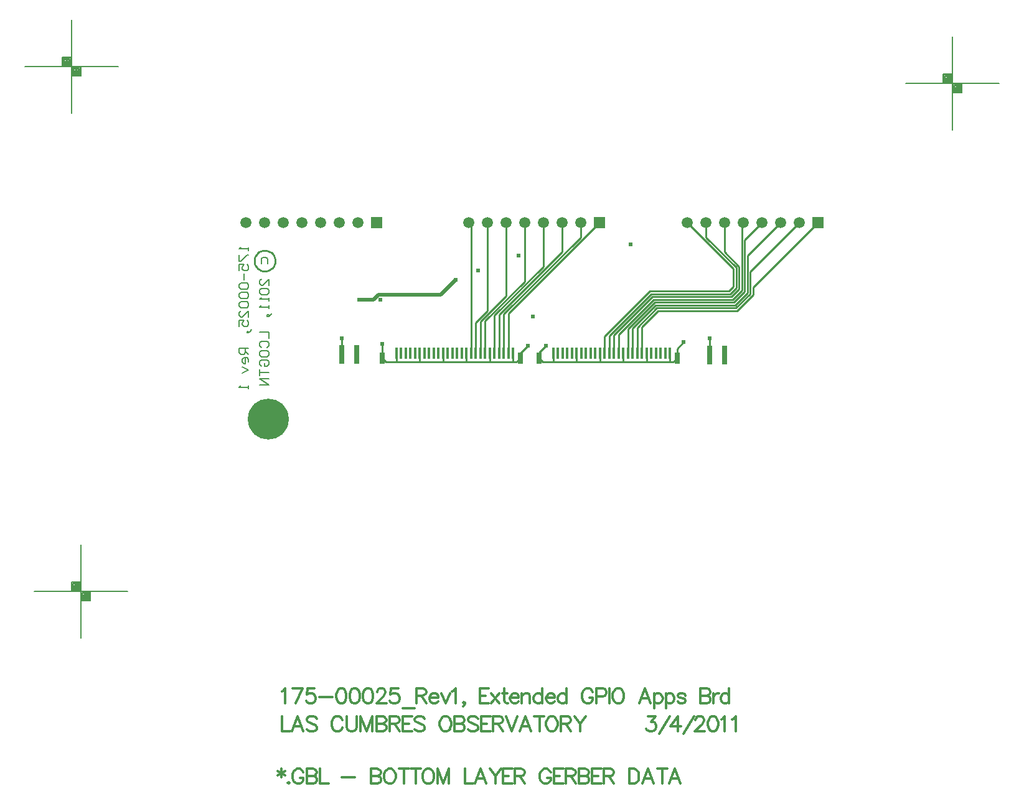
<source format=gbl>
%FSLAX23Y23*%
%MOIN*%
G70*
G01*
G75*
G04 Layer_Physical_Order=3*
G04 Layer_Color=16711680*
%ADD10R,0.020X0.020*%
%ADD11R,0.016X0.020*%
%ADD12O,0.079X0.024*%
%ADD13R,0.078X0.048*%
%ADD14R,0.050X0.050*%
%ADD15R,0.014X0.060*%
%ADD16R,0.030X0.100*%
%ADD17R,0.031X0.060*%
%ADD18R,0.039X0.063*%
%ADD19C,0.020*%
%ADD20C,0.010*%
%ADD21C,0.005*%
%ADD22C,0.012*%
%ADD23C,0.008*%
%ADD24C,0.012*%
%ADD25C,0.012*%
%ADD26R,0.059X0.059*%
%ADD27C,0.059*%
%ADD28C,0.219*%
%ADD29C,0.024*%
%ADD30C,0.040*%
%ADD31C,0.075*%
%ADD32C,0.206*%
%ADD33C,0.050*%
G04:AMPARAMS|DCode=34|XSize=70mil|YSize=70mil|CornerRadius=0mil|HoleSize=0mil|Usage=FLASHONLY|Rotation=0.000|XOffset=0mil|YOffset=0mil|HoleType=Round|Shape=Relief|Width=10mil|Gap=10mil|Entries=4|*
%AMTHD34*
7,0,0,0.070,0.050,0.010,45*
%
%ADD34THD34*%
D15*
X23683Y15948D02*
D03*
X23658D02*
D03*
X23633D02*
D03*
X23608D02*
D03*
X23583D02*
D03*
X23558D02*
D03*
X23533D02*
D03*
X23508D02*
D03*
X23483D02*
D03*
X23458D02*
D03*
X23433D02*
D03*
X23408D02*
D03*
X23383D02*
D03*
X23358D02*
D03*
X23333D02*
D03*
X23308D02*
D03*
X23283D02*
D03*
X23258D02*
D03*
X23233D02*
D03*
X23208D02*
D03*
X23183D02*
D03*
X23158D02*
D03*
X23133D02*
D03*
X23108D02*
D03*
X23083D02*
D03*
X23058D02*
D03*
X22843Y15949D02*
D03*
X22818D02*
D03*
X22793D02*
D03*
X22768D02*
D03*
X22743D02*
D03*
X22718D02*
D03*
X22693D02*
D03*
X22668D02*
D03*
X22643D02*
D03*
X22618D02*
D03*
X22593D02*
D03*
X22568D02*
D03*
X22543D02*
D03*
X22518D02*
D03*
X22493D02*
D03*
X22468D02*
D03*
X22443D02*
D03*
X22418D02*
D03*
X22393D02*
D03*
X22368D02*
D03*
X22343D02*
D03*
X22318D02*
D03*
X22293D02*
D03*
X22268D02*
D03*
X22243D02*
D03*
X22218D02*
D03*
D16*
X21926Y15940D02*
D03*
X22005D02*
D03*
X23896Y15939D02*
D03*
X23975D02*
D03*
D17*
X23721Y15921D02*
D03*
X22981D02*
D03*
X22141D02*
D03*
X22881D02*
D03*
D19*
X22455Y16262D02*
X22537Y16343D01*
X22122Y16262D02*
X22455D01*
X22095Y16235D02*
X22122Y16262D01*
X22019Y16235D02*
X22095D01*
D20*
X21569Y16443D02*
X21568Y16453D01*
X21566Y16463D01*
X21561Y16472D01*
X21555Y16480D01*
X21548Y16487D01*
X21540Y16493D01*
X21531Y16496D01*
X21521Y16499D01*
X21511Y16499D01*
X21501Y16498D01*
X21491Y16495D01*
X21482Y16490D01*
X21475Y16484D01*
X21468Y16476D01*
X21463Y16468D01*
X21459Y16458D01*
X21458Y16448D01*
Y16438D01*
X21459Y16428D01*
X21463Y16419D01*
X21468Y16410D01*
X21475Y16403D01*
X21482Y16397D01*
X21491Y16392D01*
X21501Y16389D01*
X21511Y16387D01*
X21521Y16388D01*
X21531Y16390D01*
X21540Y16394D01*
X21548Y16400D01*
X21555Y16406D01*
X21561Y16415D01*
X21566Y16424D01*
X21568Y16433D01*
X21569Y16443D01*
X22218Y15901D02*
Y15949D01*
X22343Y15901D02*
Y15949D01*
X22468Y15901D02*
Y15949D01*
X22593Y15901D02*
Y15949D01*
X22718Y15901D02*
Y15949D01*
X22843Y15901D02*
Y15949D01*
X23058Y15900D02*
Y15948D01*
X23183Y15900D02*
Y15948D01*
X23308Y15900D02*
Y15948D01*
X23433Y15900D02*
Y15948D01*
X23558Y15900D02*
Y15948D01*
X23683Y15900D02*
Y15948D01*
Y15900D02*
X23699D01*
X23002D02*
X23683D01*
X23699D02*
X23721Y15921D01*
X22981D02*
X23002Y15900D01*
X22162Y15900D02*
X22859D01*
X22881Y15921D01*
X22141D02*
X22162Y15900D01*
X22141Y15996D02*
X22143Y15998D01*
X22141Y15921D02*
Y15996D01*
X21926Y16027D02*
X21926Y16028D01*
X21926Y15940D02*
Y16027D01*
X22881Y15949D02*
X22921Y15989D01*
X22881Y15921D02*
Y15949D01*
X22981Y15950D02*
X23019Y15989D01*
X22981Y15921D02*
Y15950D01*
X23721Y15972D02*
X23757Y16008D01*
X23721Y15921D02*
Y15972D01*
X23895Y16028D02*
X23896Y16027D01*
Y15939D02*
Y16027D01*
X22818Y15949D02*
Y16161D01*
X22793Y15949D02*
Y16157D01*
X22768Y15949D02*
Y16154D01*
X22618Y15949D02*
Y16635D01*
X22643Y15949D02*
Y16113D01*
X22668Y15949D02*
Y16117D01*
X22693Y15949D02*
Y16121D01*
X22743Y15949D02*
Y16150D01*
X22604Y16648D02*
X22618Y16635D01*
X22643Y16113D02*
X22704Y16175D01*
Y16648D01*
X22668Y16117D02*
X22804Y16254D01*
Y16648D01*
X22693Y16121D02*
X22904Y16333D01*
Y16648D01*
X22743Y16150D02*
X23004Y16412D01*
Y16648D01*
X22768Y16154D02*
X23104Y16490D01*
Y16648D01*
X22793Y16157D02*
X23204Y16569D01*
Y16648D01*
X22818Y16161D02*
X23304Y16648D01*
X23576Y16281D02*
X24000D01*
X23333Y16038D02*
X23576Y16281D01*
X23408Y16049D02*
X23595Y16236D01*
X23383Y16045D02*
X23588Y16251D01*
X23358Y16041D02*
X23582Y16266D01*
X23458Y16078D02*
X23601Y16221D01*
X24025D01*
X23595Y16236D02*
X24019D01*
X23588Y16251D02*
X24012D01*
X23582Y16266D02*
X24006D01*
X24043Y16176D02*
X24128Y16260D01*
X23619Y16176D02*
X24043D01*
X23533Y16089D02*
X23619Y16176D01*
X23533Y15948D02*
Y16089D01*
X24037Y16191D02*
X24113Y16266D01*
X23613Y16191D02*
X24037D01*
X23508Y16085D02*
X23613Y16191D01*
X23508Y15948D02*
Y16085D01*
X24031Y16206D02*
X24098Y16272D01*
X23607Y16206D02*
X24031D01*
X23483Y16082D02*
X23607Y16206D01*
X23483Y15948D02*
Y16082D01*
X24025Y16221D02*
X24083Y16279D01*
X23458Y15948D02*
Y16078D01*
X24019Y16236D02*
X24068Y16285D01*
X23408Y15948D02*
Y16049D01*
X24012Y16251D02*
X24053Y16291D01*
X23383Y15948D02*
Y16045D01*
X24006Y16266D02*
X24038Y16297D01*
X23358Y15948D02*
Y16041D01*
X23333Y15948D02*
Y16038D01*
X24128Y16300D02*
X24476Y16648D01*
X24128Y16260D02*
Y16300D01*
X24113Y16385D02*
X24376Y16648D01*
X24113Y16266D02*
Y16385D01*
X24098Y16470D02*
X24276Y16648D01*
X24098Y16272D02*
Y16470D01*
X24083Y16555D02*
X24176Y16648D01*
X24083Y16279D02*
Y16555D01*
X24068Y16285D02*
Y16640D01*
X24076Y16648D01*
X23976Y16490D02*
Y16648D01*
Y16490D02*
X24053Y16413D01*
Y16291D02*
Y16413D01*
X23876Y16569D02*
Y16648D01*
Y16569D02*
X24038Y16407D01*
Y16297D02*
Y16407D01*
X23776Y16648D02*
X24023Y16401D01*
Y16304D02*
Y16401D01*
X24000Y16281D02*
X24023Y16304D01*
D22*
X21602Y13720D02*
Y13675D01*
X21583Y13709D02*
X21621Y13686D01*
Y13709D02*
X21583Y13686D01*
X21641Y13648D02*
X21637Y13644D01*
X21641Y13640D01*
X21645Y13644D01*
X21641Y13648D01*
X21720Y13701D02*
X21716Y13709D01*
X21708Y13716D01*
X21701Y13720D01*
X21685D01*
X21678Y13716D01*
X21670Y13709D01*
X21666Y13701D01*
X21662Y13690D01*
Y13671D01*
X21666Y13659D01*
X21670Y13652D01*
X21678Y13644D01*
X21685Y13640D01*
X21701D01*
X21708Y13644D01*
X21716Y13652D01*
X21720Y13659D01*
Y13671D01*
X21701D02*
X21720D01*
X21738Y13720D02*
Y13640D01*
Y13720D02*
X21772D01*
X21784Y13716D01*
X21787Y13713D01*
X21791Y13705D01*
Y13697D01*
X21787Y13690D01*
X21784Y13686D01*
X21772Y13682D01*
X21738D02*
X21772D01*
X21784Y13678D01*
X21787Y13675D01*
X21791Y13667D01*
Y13656D01*
X21787Y13648D01*
X21784Y13644D01*
X21772Y13640D01*
X21738D01*
X21809Y13720D02*
Y13640D01*
X21855D01*
X21926Y13675D02*
X21995D01*
X22081Y13720D02*
Y13640D01*
Y13720D02*
X22116D01*
X22127Y13716D01*
X22131Y13713D01*
X22135Y13705D01*
Y13697D01*
X22131Y13690D01*
X22127Y13686D01*
X22116Y13682D01*
X22081D02*
X22116D01*
X22127Y13678D01*
X22131Y13675D01*
X22135Y13667D01*
Y13656D01*
X22131Y13648D01*
X22127Y13644D01*
X22116Y13640D01*
X22081D01*
X22176Y13720D02*
X22168Y13716D01*
X22160Y13709D01*
X22156Y13701D01*
X22153Y13690D01*
Y13671D01*
X22156Y13659D01*
X22160Y13652D01*
X22168Y13644D01*
X22176Y13640D01*
X22191D01*
X22198Y13644D01*
X22206Y13652D01*
X22210Y13659D01*
X22214Y13671D01*
Y13690D01*
X22210Y13701D01*
X22206Y13709D01*
X22198Y13716D01*
X22191Y13720D01*
X22176D01*
X22259D02*
Y13640D01*
X22232Y13720D02*
X22286D01*
X22322D02*
Y13640D01*
X22295Y13720D02*
X22348D01*
X22381D02*
X22373Y13716D01*
X22366Y13709D01*
X22362Y13701D01*
X22358Y13690D01*
Y13671D01*
X22362Y13659D01*
X22366Y13652D01*
X22373Y13644D01*
X22381Y13640D01*
X22396D01*
X22404Y13644D01*
X22411Y13652D01*
X22415Y13659D01*
X22419Y13671D01*
Y13690D01*
X22415Y13701D01*
X22411Y13709D01*
X22404Y13716D01*
X22396Y13720D01*
X22381D01*
X22438D02*
Y13640D01*
Y13720D02*
X22468Y13640D01*
X22498Y13720D02*
X22468Y13640D01*
X22498Y13720D02*
Y13640D01*
X22584Y13720D02*
Y13640D01*
X22630D01*
X22700D02*
X22669Y13720D01*
X22639Y13640D01*
X22650Y13667D02*
X22688D01*
X22718Y13720D02*
X22749Y13682D01*
Y13640D01*
X22779Y13720D02*
X22749Y13682D01*
X22839Y13720D02*
X22789D01*
Y13640D01*
X22839D01*
X22789Y13682D02*
X22820D01*
X22852Y13720D02*
Y13640D01*
Y13720D02*
X22887D01*
X22898Y13716D01*
X22902Y13713D01*
X22906Y13705D01*
Y13697D01*
X22902Y13690D01*
X22898Y13686D01*
X22887Y13682D01*
X22852D01*
X22879D02*
X22906Y13640D01*
X23044Y13701D02*
X23040Y13709D01*
X23032Y13716D01*
X23024Y13720D01*
X23009D01*
X23002Y13716D01*
X22994Y13709D01*
X22990Y13701D01*
X22986Y13690D01*
Y13671D01*
X22990Y13659D01*
X22994Y13652D01*
X23002Y13644D01*
X23009Y13640D01*
X23024D01*
X23032Y13644D01*
X23040Y13652D01*
X23044Y13659D01*
Y13671D01*
X23024D02*
X23044D01*
X23111Y13720D02*
X23062D01*
Y13640D01*
X23111D01*
X23062Y13682D02*
X23092D01*
X23125Y13720D02*
Y13640D01*
Y13720D02*
X23159D01*
X23170Y13716D01*
X23174Y13713D01*
X23178Y13705D01*
Y13697D01*
X23174Y13690D01*
X23170Y13686D01*
X23159Y13682D01*
X23125D01*
X23151D02*
X23178Y13640D01*
X23196Y13720D02*
Y13640D01*
Y13720D02*
X23230D01*
X23242Y13716D01*
X23245Y13713D01*
X23249Y13705D01*
Y13697D01*
X23245Y13690D01*
X23242Y13686D01*
X23230Y13682D01*
X23196D02*
X23230D01*
X23242Y13678D01*
X23245Y13675D01*
X23249Y13667D01*
Y13656D01*
X23245Y13648D01*
X23242Y13644D01*
X23230Y13640D01*
X23196D01*
X23317Y13720D02*
X23267D01*
Y13640D01*
X23317D01*
X23267Y13682D02*
X23298D01*
X23330Y13720D02*
Y13640D01*
Y13720D02*
X23364D01*
X23376Y13716D01*
X23379Y13713D01*
X23383Y13705D01*
Y13697D01*
X23379Y13690D01*
X23376Y13686D01*
X23364Y13682D01*
X23330D01*
X23357D02*
X23383Y13640D01*
X23464Y13720D02*
Y13640D01*
Y13720D02*
X23491D01*
X23502Y13716D01*
X23510Y13709D01*
X23514Y13701D01*
X23517Y13690D01*
Y13671D01*
X23514Y13659D01*
X23510Y13652D01*
X23502Y13644D01*
X23491Y13640D01*
X23464D01*
X23596D02*
X23566Y13720D01*
X23535Y13640D01*
X23547Y13667D02*
X23585D01*
X23641Y13720D02*
Y13640D01*
X23615Y13720D02*
X23668D01*
X23739Y13640D02*
X23708Y13720D01*
X23678Y13640D01*
X23689Y13667D02*
X23727D01*
D23*
X21495Y16429D02*
Y16454D01*
X21503Y16462D01*
X21520D01*
X21528Y16454D01*
Y16429D01*
X21536Y16313D02*
Y16346D01*
X21502Y16313D01*
X21494D01*
X21486Y16321D01*
Y16337D01*
X21494Y16346D01*
Y16296D02*
X21486Y16288D01*
Y16271D01*
X21494Y16263D01*
X21527D01*
X21536Y16271D01*
Y16288D01*
X21527Y16296D01*
X21494D01*
X21536Y16246D02*
Y16229D01*
Y16238D01*
X21486D01*
X21494Y16246D01*
X21536Y16204D02*
Y16188D01*
Y16196D01*
X21486D01*
X21494Y16204D01*
X21544Y16154D02*
X21536Y16146D01*
X21527D01*
Y16154D01*
X21536D01*
Y16146D01*
X21544Y16154D01*
X21552Y16163D01*
X21486Y16063D02*
X21536D01*
Y16029D01*
X21494Y15979D02*
X21486Y15988D01*
Y16004D01*
X21494Y16013D01*
X21527D01*
X21536Y16004D01*
Y15988D01*
X21527Y15979D01*
X21486Y15938D02*
Y15954D01*
X21494Y15963D01*
X21527D01*
X21536Y15954D01*
Y15938D01*
X21527Y15929D01*
X21494D01*
X21486Y15938D01*
X21494Y15879D02*
X21486Y15888D01*
Y15904D01*
X21494Y15913D01*
X21527D01*
X21536Y15904D01*
Y15888D01*
X21527Y15879D01*
X21511D01*
Y15896D01*
X21486Y15863D02*
Y15829D01*
Y15846D01*
X21536D01*
Y15813D02*
X21486D01*
X21536Y15779D01*
X21486D01*
X21426Y16516D02*
Y16499D01*
Y16508D01*
X21376D01*
X21385Y16516D01*
X21376Y16474D02*
Y16441D01*
X21385D01*
X21418Y16474D01*
X21426D01*
X21376Y16391D02*
Y16424D01*
X21401D01*
X21393Y16408D01*
Y16399D01*
X21401Y16391D01*
X21418D01*
X21426Y16399D01*
Y16416D01*
X21418Y16424D01*
X21401Y16374D02*
Y16341D01*
X21385Y16324D02*
X21376Y16316D01*
Y16300D01*
X21385Y16291D01*
X21418D01*
X21426Y16300D01*
Y16316D01*
X21418Y16324D01*
X21385D01*
Y16275D02*
X21376Y16266D01*
Y16250D01*
X21385Y16241D01*
X21418D01*
X21426Y16250D01*
Y16266D01*
X21418Y16275D01*
X21385D01*
Y16225D02*
X21376Y16216D01*
Y16200D01*
X21385Y16191D01*
X21418D01*
X21426Y16200D01*
Y16216D01*
X21418Y16225D01*
X21385D01*
X21426Y16141D02*
Y16175D01*
X21393Y16141D01*
X21385D01*
X21376Y16150D01*
Y16166D01*
X21385Y16175D01*
X21376Y16091D02*
Y16125D01*
X21401D01*
X21393Y16108D01*
Y16100D01*
X21401Y16091D01*
X21418D01*
X21426Y16100D01*
Y16116D01*
X21418Y16125D01*
X21435Y16066D02*
X21426Y16058D01*
X21418D01*
Y16066D01*
X21426D01*
Y16058D01*
X21435Y16066D01*
X21443Y16075D01*
X21426Y15975D02*
X21376D01*
Y15950D01*
X21385Y15941D01*
X21401D01*
X21410Y15950D01*
Y15975D01*
Y15958D02*
X21426Y15941D01*
Y15900D02*
Y15916D01*
X21418Y15925D01*
X21401D01*
X21393Y15916D01*
Y15900D01*
X21401Y15891D01*
X21410D01*
Y15925D01*
X21393Y15875D02*
X21426Y15858D01*
X21393Y15841D01*
X21426Y15775D02*
Y15758D01*
Y15766D01*
X21376D01*
X21385Y15775D01*
X24944Y17396D02*
X25444D01*
X25194Y17146D02*
Y17646D01*
X25144Y17396D02*
Y17446D01*
X25194D01*
X25244Y17346D02*
Y17396D01*
X25194Y17346D02*
X25244D01*
X25199Y17391D02*
X25239D01*
Y17351D02*
Y17391D01*
X25199Y17351D02*
X25239D01*
X25199D02*
Y17391D01*
X25204Y17386D02*
X25234D01*
Y17356D02*
Y17386D01*
X25204Y17356D02*
X25234D01*
X25204D02*
Y17381D01*
X25209D02*
X25229D01*
Y17361D02*
Y17381D01*
X25209Y17361D02*
X25229D01*
X25209D02*
Y17376D01*
X25214D02*
X25224D01*
Y17366D02*
Y17376D01*
X25214Y17366D02*
X25224D01*
X25214D02*
Y17376D01*
Y17371D02*
X25224D01*
X25149Y17441D02*
X25189D01*
Y17401D02*
Y17441D01*
X25149Y17401D02*
X25189D01*
X25149D02*
Y17441D01*
X25154Y17436D02*
X25184D01*
Y17406D02*
Y17436D01*
X25154Y17406D02*
X25184D01*
X25154D02*
Y17431D01*
X25159D02*
X25179D01*
Y17411D02*
Y17431D01*
X25159Y17411D02*
X25179D01*
X25159D02*
Y17426D01*
X25164D02*
X25174D01*
Y17416D02*
Y17426D01*
X25164Y17416D02*
X25174D01*
X25164D02*
Y17426D01*
Y17421D02*
X25174D01*
X20279Y14670D02*
X20779D01*
X20529Y14420D02*
Y14920D01*
X20479Y14670D02*
Y14720D01*
X20529D01*
X20579Y14620D02*
Y14670D01*
X20529Y14620D02*
X20579D01*
X20534Y14665D02*
X20574D01*
Y14625D02*
Y14665D01*
X20534Y14625D02*
X20574D01*
X20534D02*
Y14665D01*
X20539Y14660D02*
X20569D01*
Y14630D02*
Y14660D01*
X20539Y14630D02*
X20569D01*
X20539D02*
Y14655D01*
X20544D02*
X20564D01*
Y14635D02*
Y14655D01*
X20544Y14635D02*
X20564D01*
X20544D02*
Y14650D01*
X20549D02*
X20559D01*
Y14640D02*
Y14650D01*
X20549Y14640D02*
X20559D01*
X20549D02*
Y14650D01*
Y14645D02*
X20559D01*
X20484Y14715D02*
X20524D01*
Y14675D02*
Y14715D01*
X20484Y14675D02*
X20524D01*
X20484D02*
Y14715D01*
X20489Y14710D02*
X20519D01*
Y14680D02*
Y14710D01*
X20489Y14680D02*
X20519D01*
X20489D02*
Y14705D01*
X20494D02*
X20514D01*
Y14685D02*
Y14705D01*
X20494Y14685D02*
X20514D01*
X20494D02*
Y14700D01*
X20499D02*
X20509D01*
Y14690D02*
Y14700D01*
X20499Y14690D02*
X20509D01*
X20499D02*
Y14700D01*
Y14695D02*
X20509D01*
X20230Y17485D02*
X20730D01*
X20480Y17235D02*
Y17735D01*
X20430Y17485D02*
Y17535D01*
X20480D01*
X20530Y17435D02*
Y17485D01*
X20480Y17435D02*
X20530D01*
X20485Y17480D02*
X20525D01*
Y17440D02*
Y17480D01*
X20485Y17440D02*
X20525D01*
X20485D02*
Y17480D01*
X20490Y17475D02*
X20520D01*
Y17445D02*
Y17475D01*
X20490Y17445D02*
X20520D01*
X20490D02*
Y17470D01*
X20495D02*
X20515D01*
Y17450D02*
Y17470D01*
X20495Y17450D02*
X20515D01*
X20495D02*
Y17465D01*
X20500D02*
X20510D01*
Y17455D02*
Y17465D01*
X20500Y17455D02*
X20510D01*
X20500D02*
Y17465D01*
Y17460D02*
X20510D01*
X20435Y17530D02*
X20475D01*
Y17490D02*
Y17530D01*
X20435Y17490D02*
X20475D01*
X20435D02*
Y17530D01*
X20440Y17525D02*
X20470D01*
Y17495D02*
Y17525D01*
X20440Y17495D02*
X20470D01*
X20440D02*
Y17520D01*
X20445D02*
X20465D01*
Y17500D02*
Y17520D01*
X20445Y17500D02*
X20465D01*
X20445D02*
Y17515D01*
X20450D02*
X20460D01*
Y17505D02*
Y17515D01*
X20450Y17505D02*
X20460D01*
X20450D02*
Y17515D01*
Y17510D02*
X20460D01*
D24*
X21604Y14136D02*
X21612Y14139D01*
X21623Y14151D01*
Y14071D01*
X21716Y14151D02*
X21678Y14071D01*
X21663Y14151D02*
X21716D01*
X21779D02*
X21741D01*
X21738Y14117D01*
X21741Y14120D01*
X21753Y14124D01*
X21764D01*
X21776Y14120D01*
X21783Y14113D01*
X21787Y14101D01*
Y14094D01*
X21783Y14082D01*
X21776Y14075D01*
X21764Y14071D01*
X21753D01*
X21741Y14075D01*
X21738Y14079D01*
X21734Y14086D01*
X21805Y14105D02*
X21874D01*
X21920Y14151D02*
X21909Y14147D01*
X21901Y14136D01*
X21897Y14117D01*
Y14105D01*
X21901Y14086D01*
X21909Y14075D01*
X21920Y14071D01*
X21928D01*
X21939Y14075D01*
X21947Y14086D01*
X21950Y14105D01*
Y14117D01*
X21947Y14136D01*
X21939Y14147D01*
X21928Y14151D01*
X21920D01*
X21991D02*
X21980Y14147D01*
X21972Y14136D01*
X21968Y14117D01*
Y14105D01*
X21972Y14086D01*
X21980Y14075D01*
X21991Y14071D01*
X21999D01*
X22010Y14075D01*
X22018Y14086D01*
X22022Y14105D01*
Y14117D01*
X22018Y14136D01*
X22010Y14147D01*
X21999Y14151D01*
X21991D01*
X22062D02*
X22051Y14147D01*
X22043Y14136D01*
X22040Y14117D01*
Y14105D01*
X22043Y14086D01*
X22051Y14075D01*
X22062Y14071D01*
X22070D01*
X22082Y14075D01*
X22089Y14086D01*
X22093Y14105D01*
Y14117D01*
X22089Y14136D01*
X22082Y14147D01*
X22070Y14151D01*
X22062D01*
X22115Y14132D02*
Y14136D01*
X22118Y14143D01*
X22122Y14147D01*
X22130Y14151D01*
X22145D01*
X22153Y14147D01*
X22157Y14143D01*
X22160Y14136D01*
Y14128D01*
X22157Y14120D01*
X22149Y14109D01*
X22111Y14071D01*
X22164D01*
X22228Y14151D02*
X22190D01*
X22186Y14117D01*
X22190Y14120D01*
X22201Y14124D01*
X22213D01*
X22224Y14120D01*
X22232Y14113D01*
X22235Y14101D01*
Y14094D01*
X22232Y14082D01*
X22224Y14075D01*
X22213Y14071D01*
X22201D01*
X22190Y14075D01*
X22186Y14079D01*
X22182Y14086D01*
X22253Y14044D02*
X22314D01*
X22325Y14151D02*
Y14071D01*
Y14151D02*
X22359D01*
X22370Y14147D01*
X22374Y14143D01*
X22378Y14136D01*
Y14128D01*
X22374Y14120D01*
X22370Y14117D01*
X22359Y14113D01*
X22325D01*
X22351D02*
X22378Y14071D01*
X22396Y14101D02*
X22441D01*
Y14109D01*
X22438Y14117D01*
X22434Y14120D01*
X22426Y14124D01*
X22415D01*
X22407Y14120D01*
X22400Y14113D01*
X22396Y14101D01*
Y14094D01*
X22400Y14082D01*
X22407Y14075D01*
X22415Y14071D01*
X22426D01*
X22434Y14075D01*
X22441Y14082D01*
X22459Y14124D02*
X22481Y14071D01*
X22504Y14124D02*
X22481Y14071D01*
X22517Y14136D02*
X22525Y14139D01*
X22536Y14151D01*
Y14071D01*
X22584Y14075D02*
X22580Y14071D01*
X22576Y14075D01*
X22580Y14079D01*
X22584Y14075D01*
Y14067D01*
X22580Y14059D01*
X22576Y14056D01*
X22713Y14151D02*
X22664D01*
Y14071D01*
X22713D01*
X22664Y14113D02*
X22694D01*
X22727Y14124D02*
X22769Y14071D01*
Y14124D02*
X22727Y14071D01*
X22797Y14151D02*
Y14086D01*
X22801Y14075D01*
X22808Y14071D01*
X22816D01*
X22785Y14124D02*
X22812D01*
X22827Y14101D02*
X22873D01*
Y14109D01*
X22869Y14117D01*
X22865Y14120D01*
X22858Y14124D01*
X22846D01*
X22839Y14120D01*
X22831Y14113D01*
X22827Y14101D01*
Y14094D01*
X22831Y14082D01*
X22839Y14075D01*
X22846Y14071D01*
X22858D01*
X22865Y14075D01*
X22873Y14082D01*
X22890Y14124D02*
Y14071D01*
Y14109D02*
X22902Y14120D01*
X22909Y14124D01*
X22921D01*
X22928Y14120D01*
X22932Y14109D01*
Y14071D01*
X22999Y14151D02*
Y14071D01*
Y14113D02*
X22991Y14120D01*
X22983Y14124D01*
X22972D01*
X22964Y14120D01*
X22957Y14113D01*
X22953Y14101D01*
Y14094D01*
X22957Y14082D01*
X22964Y14075D01*
X22972Y14071D01*
X22983D01*
X22991Y14075D01*
X22999Y14082D01*
X23020Y14101D02*
X23066D01*
Y14109D01*
X23062Y14117D01*
X23058Y14120D01*
X23050Y14124D01*
X23039D01*
X23031Y14120D01*
X23024Y14113D01*
X23020Y14101D01*
Y14094D01*
X23024Y14082D01*
X23031Y14075D01*
X23039Y14071D01*
X23050D01*
X23058Y14075D01*
X23066Y14082D01*
X23129Y14151D02*
Y14071D01*
Y14113D02*
X23121Y14120D01*
X23113Y14124D01*
X23102D01*
X23094Y14120D01*
X23087Y14113D01*
X23083Y14101D01*
Y14094D01*
X23087Y14082D01*
X23094Y14075D01*
X23102Y14071D01*
X23113D01*
X23121Y14075D01*
X23129Y14082D01*
X23270Y14132D02*
X23266Y14139D01*
X23258Y14147D01*
X23251Y14151D01*
X23236D01*
X23228Y14147D01*
X23220Y14139D01*
X23217Y14132D01*
X23213Y14120D01*
Y14101D01*
X23217Y14090D01*
X23220Y14082D01*
X23228Y14075D01*
X23236Y14071D01*
X23251D01*
X23258Y14075D01*
X23266Y14082D01*
X23270Y14090D01*
Y14101D01*
X23251D02*
X23270D01*
X23288Y14109D02*
X23322D01*
X23334Y14113D01*
X23338Y14117D01*
X23341Y14124D01*
Y14136D01*
X23338Y14143D01*
X23334Y14147D01*
X23322Y14151D01*
X23288D01*
Y14071D01*
X23359Y14151D02*
Y14071D01*
X23399Y14151D02*
X23391Y14147D01*
X23384Y14139D01*
X23380Y14132D01*
X23376Y14120D01*
Y14101D01*
X23380Y14090D01*
X23384Y14082D01*
X23391Y14075D01*
X23399Y14071D01*
X23414D01*
X23422Y14075D01*
X23429Y14082D01*
X23433Y14090D01*
X23437Y14101D01*
Y14120D01*
X23433Y14132D01*
X23429Y14139D01*
X23422Y14147D01*
X23414Y14151D01*
X23399D01*
X23579Y14071D02*
X23549Y14151D01*
X23519Y14071D01*
X23530Y14098D02*
X23568D01*
X23598Y14124D02*
Y14044D01*
Y14113D02*
X23606Y14120D01*
X23613Y14124D01*
X23625D01*
X23632Y14120D01*
X23640Y14113D01*
X23644Y14101D01*
Y14094D01*
X23640Y14082D01*
X23632Y14075D01*
X23625Y14071D01*
X23613D01*
X23606Y14075D01*
X23598Y14082D01*
X23661Y14124D02*
Y14044D01*
Y14113D02*
X23669Y14120D01*
X23676Y14124D01*
X23688D01*
X23695Y14120D01*
X23703Y14113D01*
X23707Y14101D01*
Y14094D01*
X23703Y14082D01*
X23695Y14075D01*
X23688Y14071D01*
X23676D01*
X23669Y14075D01*
X23661Y14082D01*
X23766Y14113D02*
X23762Y14120D01*
X23750Y14124D01*
X23739D01*
X23728Y14120D01*
X23724Y14113D01*
X23728Y14105D01*
X23735Y14101D01*
X23754Y14098D01*
X23762Y14094D01*
X23766Y14086D01*
Y14082D01*
X23762Y14075D01*
X23750Y14071D01*
X23739D01*
X23728Y14075D01*
X23724Y14082D01*
X23845Y14151D02*
Y14071D01*
Y14151D02*
X23880D01*
X23891Y14147D01*
X23895Y14143D01*
X23899Y14136D01*
Y14128D01*
X23895Y14120D01*
X23891Y14117D01*
X23880Y14113D01*
X23845D02*
X23880D01*
X23891Y14109D01*
X23895Y14105D01*
X23899Y14098D01*
Y14086D01*
X23895Y14079D01*
X23891Y14075D01*
X23880Y14071D01*
X23845D01*
X23917Y14124D02*
Y14071D01*
Y14101D02*
X23920Y14113D01*
X23928Y14120D01*
X23936Y14124D01*
X23947D01*
X24000Y14151D02*
Y14071D01*
Y14113D02*
X23992Y14120D01*
X23985Y14124D01*
X23973D01*
X23966Y14120D01*
X23958Y14113D01*
X23954Y14101D01*
Y14094D01*
X23958Y14082D01*
X23966Y14075D01*
X23973Y14071D01*
X23985D01*
X23992Y14075D01*
X24000Y14082D01*
D25*
X21604Y14001D02*
Y13921D01*
X21650D01*
X21719D02*
X21689Y14001D01*
X21658Y13921D01*
X21670Y13948D02*
X21708D01*
X21791Y13989D02*
X21784Y13997D01*
X21772Y14001D01*
X21757D01*
X21746Y13997D01*
X21738Y13989D01*
Y13982D01*
X21742Y13974D01*
X21746Y13970D01*
X21753Y13967D01*
X21776Y13959D01*
X21784Y13955D01*
X21787Y13951D01*
X21791Y13944D01*
Y13932D01*
X21784Y13925D01*
X21772Y13921D01*
X21757D01*
X21746Y13925D01*
X21738Y13932D01*
X21929Y13982D02*
X21925Y13989D01*
X21918Y13997D01*
X21910Y14001D01*
X21895D01*
X21887Y13997D01*
X21880Y13989D01*
X21876Y13982D01*
X21872Y13970D01*
Y13951D01*
X21876Y13940D01*
X21880Y13932D01*
X21887Y13925D01*
X21895Y13921D01*
X21910D01*
X21918Y13925D01*
X21925Y13932D01*
X21929Y13940D01*
X21952Y14001D02*
Y13944D01*
X21955Y13932D01*
X21963Y13925D01*
X21974Y13921D01*
X21982D01*
X21994Y13925D01*
X22001Y13932D01*
X22005Y13944D01*
Y14001D01*
X22027D02*
Y13921D01*
Y14001D02*
X22058Y13921D01*
X22088Y14001D02*
X22058Y13921D01*
X22088Y14001D02*
Y13921D01*
X22111Y14001D02*
Y13921D01*
Y14001D02*
X22145D01*
X22157Y13997D01*
X22160Y13993D01*
X22164Y13986D01*
Y13978D01*
X22160Y13970D01*
X22157Y13967D01*
X22145Y13963D01*
X22111D02*
X22145D01*
X22157Y13959D01*
X22160Y13955D01*
X22164Y13948D01*
Y13936D01*
X22160Y13928D01*
X22157Y13925D01*
X22145Y13921D01*
X22111D01*
X22182Y14001D02*
Y13921D01*
Y14001D02*
X22216D01*
X22228Y13997D01*
X22232Y13993D01*
X22235Y13986D01*
Y13978D01*
X22232Y13970D01*
X22228Y13967D01*
X22216Y13963D01*
X22182D01*
X22209D02*
X22235Y13921D01*
X22303Y14001D02*
X22253D01*
Y13921D01*
X22303D01*
X22253Y13963D02*
X22284D01*
X22369Y13989D02*
X22362Y13997D01*
X22350Y14001D01*
X22335D01*
X22324Y13997D01*
X22316Y13989D01*
Y13982D01*
X22320Y13974D01*
X22324Y13970D01*
X22331Y13967D01*
X22354Y13959D01*
X22362Y13955D01*
X22366Y13951D01*
X22369Y13944D01*
Y13932D01*
X22362Y13925D01*
X22350Y13921D01*
X22335D01*
X22324Y13925D01*
X22316Y13932D01*
X22473Y14001D02*
X22465Y13997D01*
X22458Y13989D01*
X22454Y13982D01*
X22450Y13970D01*
Y13951D01*
X22454Y13940D01*
X22458Y13932D01*
X22465Y13925D01*
X22473Y13921D01*
X22488D01*
X22496Y13925D01*
X22504Y13932D01*
X22507Y13940D01*
X22511Y13951D01*
Y13970D01*
X22507Y13982D01*
X22504Y13989D01*
X22496Y13997D01*
X22488Y14001D01*
X22473D01*
X22530D02*
Y13921D01*
Y14001D02*
X22564D01*
X22576Y13997D01*
X22579Y13993D01*
X22583Y13986D01*
Y13978D01*
X22579Y13970D01*
X22576Y13967D01*
X22564Y13963D01*
X22530D02*
X22564D01*
X22576Y13959D01*
X22579Y13955D01*
X22583Y13948D01*
Y13936D01*
X22579Y13928D01*
X22576Y13925D01*
X22564Y13921D01*
X22530D01*
X22654Y13989D02*
X22647Y13997D01*
X22635Y14001D01*
X22620D01*
X22609Y13997D01*
X22601Y13989D01*
Y13982D01*
X22605Y13974D01*
X22609Y13970D01*
X22616Y13967D01*
X22639Y13959D01*
X22647Y13955D01*
X22651Y13951D01*
X22654Y13944D01*
Y13932D01*
X22647Y13925D01*
X22635Y13921D01*
X22620D01*
X22609Y13925D01*
X22601Y13932D01*
X22722Y14001D02*
X22672D01*
Y13921D01*
X22722D01*
X22672Y13963D02*
X22703D01*
X22735Y14001D02*
Y13921D01*
Y14001D02*
X22769D01*
X22781Y13997D01*
X22785Y13993D01*
X22788Y13986D01*
Y13978D01*
X22785Y13970D01*
X22781Y13967D01*
X22769Y13963D01*
X22735D01*
X22762D02*
X22788Y13921D01*
X22806Y14001D02*
X22837Y13921D01*
X22867Y14001D02*
X22837Y13921D01*
X22938D02*
X22908Y14001D01*
X22878Y13921D01*
X22889Y13948D02*
X22927D01*
X22984Y14001D02*
Y13921D01*
X22957Y14001D02*
X23010D01*
X23043D02*
X23035Y13997D01*
X23028Y13989D01*
X23024Y13982D01*
X23020Y13970D01*
Y13951D01*
X23024Y13940D01*
X23028Y13932D01*
X23035Y13925D01*
X23043Y13921D01*
X23058D01*
X23066Y13925D01*
X23073Y13932D01*
X23077Y13940D01*
X23081Y13951D01*
Y13970D01*
X23077Y13982D01*
X23073Y13989D01*
X23066Y13997D01*
X23058Y14001D01*
X23043D01*
X23100D02*
Y13921D01*
Y14001D02*
X23134D01*
X23145Y13997D01*
X23149Y13993D01*
X23153Y13986D01*
Y13978D01*
X23149Y13970D01*
X23145Y13967D01*
X23134Y13963D01*
X23100D01*
X23126D02*
X23153Y13921D01*
X23171Y14001D02*
X23201Y13963D01*
Y13921D01*
X23232Y14001D02*
X23201Y13963D01*
X23564Y14001D02*
X23606D01*
X23583Y13970D01*
X23594D01*
X23602Y13967D01*
X23606Y13963D01*
X23610Y13951D01*
Y13944D01*
X23606Y13932D01*
X23598Y13925D01*
X23587Y13921D01*
X23575D01*
X23564Y13925D01*
X23560Y13928D01*
X23556Y13936D01*
X23627Y13909D02*
X23681Y14001D01*
X23724D02*
X23686Y13948D01*
X23743D01*
X23724Y14001D02*
Y13921D01*
X23757Y13909D02*
X23811Y14001D01*
X23820Y13982D02*
Y13986D01*
X23824Y13993D01*
X23827Y13997D01*
X23835Y14001D01*
X23850D01*
X23858Y13997D01*
X23862Y13993D01*
X23866Y13986D01*
Y13978D01*
X23862Y13970D01*
X23854Y13959D01*
X23816Y13921D01*
X23869D01*
X23910Y14001D02*
X23899Y13997D01*
X23891Y13986D01*
X23887Y13967D01*
Y13955D01*
X23891Y13936D01*
X23899Y13925D01*
X23910Y13921D01*
X23918D01*
X23929Y13925D01*
X23937Y13936D01*
X23941Y13955D01*
Y13967D01*
X23937Y13986D01*
X23929Y13997D01*
X23918Y14001D01*
X23910D01*
X23958Y13986D02*
X23966Y13989D01*
X23977Y14001D01*
Y13921D01*
X24017Y13986D02*
X24025Y13989D01*
X24036Y14001D01*
Y13921D01*
D26*
X24476Y16648D02*
D03*
X23304D02*
D03*
X22113D02*
D03*
D27*
X24376D02*
D03*
X24276D02*
D03*
X24176D02*
D03*
X24076D02*
D03*
X23976D02*
D03*
X23876D02*
D03*
X23776D02*
D03*
X23204D02*
D03*
X23104D02*
D03*
X23004D02*
D03*
X22904D02*
D03*
X22804D02*
D03*
X22704D02*
D03*
X22604D02*
D03*
X22013D02*
D03*
X21913D02*
D03*
X21813D02*
D03*
X21713D02*
D03*
X21613D02*
D03*
X21513D02*
D03*
X21413D02*
D03*
D28*
X21533Y15596D02*
D03*
D29*
X22537Y16343D02*
D03*
X22019Y16235D02*
D03*
X23472Y16530D02*
D03*
X22950Y16146D02*
D03*
X22871Y16471D02*
D03*
X22655Y16392D02*
D03*
X22133Y16235D02*
D03*
X22143Y15998D02*
D03*
X21926Y16028D02*
D03*
X23757Y16008D02*
D03*
X23895Y16028D02*
D03*
X23019Y15989D02*
D03*
X22921D02*
D03*
M02*

</source>
